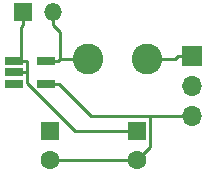
<source format=gtl>
G04 #@! TF.GenerationSoftware,KiCad,Pcbnew,5.0.2+dfsg1-1~bpo9+1*
G04 #@! TF.CreationDate,2020-08-26T14:23:20+01:00*
G04 #@! TF.ProjectId,ncp1402,6e637031-3430-4322-9e6b-696361645f70,rev?*
G04 #@! TF.SameCoordinates,Original*
G04 #@! TF.FileFunction,Copper,L1,Top*
G04 #@! TF.FilePolarity,Positive*
%FSLAX46Y46*%
G04 Gerber Fmt 4.6, Leading zero omitted, Abs format (unit mm)*
G04 Created by KiCad (PCBNEW 5.0.2+dfsg1-1~bpo9+1) date Wed 26 Aug 2020 14:23:20 IST*
%MOMM*%
%LPD*%
G01*
G04 APERTURE LIST*
G04 #@! TA.AperFunction,ComponentPad*
%ADD10R,1.500000X1.500000*%
G04 #@! TD*
G04 #@! TA.AperFunction,ComponentPad*
%ADD11O,1.500000X1.500000*%
G04 #@! TD*
G04 #@! TA.AperFunction,ComponentPad*
%ADD12C,1.600000*%
G04 #@! TD*
G04 #@! TA.AperFunction,ComponentPad*
%ADD13R,1.600000X1.600000*%
G04 #@! TD*
G04 #@! TA.AperFunction,ComponentPad*
%ADD14R,1.700000X1.700000*%
G04 #@! TD*
G04 #@! TA.AperFunction,ComponentPad*
%ADD15O,1.700000X1.700000*%
G04 #@! TD*
G04 #@! TA.AperFunction,ComponentPad*
%ADD16C,2.600000*%
G04 #@! TD*
G04 #@! TA.AperFunction,SMDPad,CuDef*
%ADD17R,1.560000X0.650000*%
G04 #@! TD*
G04 #@! TA.AperFunction,Conductor*
%ADD18C,0.250000*%
G04 #@! TD*
G04 APERTURE END LIST*
D10*
G04 #@! TO.P,D1,1*
G04 #@! TO.N,/Vout*
X132461000Y-70104000D03*
D11*
G04 #@! TO.P,D1,2*
G04 #@! TO.N,Net-(D1-Pad2)*
X135001000Y-70104000D03*
G04 #@! TD*
D12*
G04 #@! TO.P,C2,2*
G04 #@! TO.N,GND*
X142113000Y-82637000D03*
D13*
G04 #@! TO.P,C2,1*
G04 #@! TO.N,/Vout*
X142113000Y-80137000D03*
G04 #@! TD*
G04 #@! TO.P,C1,1*
G04 #@! TO.N,/Vin*
X134747000Y-80137000D03*
D12*
G04 #@! TO.P,C1,2*
G04 #@! TO.N,GND*
X134747000Y-82637000D03*
G04 #@! TD*
D14*
G04 #@! TO.P,J1,1*
G04 #@! TO.N,/Vin*
X146812000Y-73787000D03*
D15*
G04 #@! TO.P,J1,2*
G04 #@! TO.N,/Vout*
X146812000Y-76327000D03*
G04 #@! TO.P,J1,3*
G04 #@! TO.N,GND*
X146812000Y-78867000D03*
G04 #@! TD*
D16*
G04 #@! TO.P,L1,1*
G04 #@! TO.N,/Vin*
X143002000Y-74041000D03*
G04 #@! TO.P,L1,2*
G04 #@! TO.N,Net-(D1-Pad2)*
X138002000Y-74041000D03*
G04 #@! TD*
D17*
G04 #@! TO.P,U1,1*
G04 #@! TO.N,/Vout*
X131746000Y-74234000D03*
G04 #@! TO.P,U1,2*
X131746000Y-75184000D03*
G04 #@! TO.P,U1,3*
G04 #@! TO.N,Net-(U1-Pad3)*
X131746000Y-76134000D03*
G04 #@! TO.P,U1,4*
G04 #@! TO.N,GND*
X134446000Y-76134000D03*
G04 #@! TO.P,U1,5*
G04 #@! TO.N,Net-(D1-Pad2)*
X134446000Y-74234000D03*
G04 #@! TD*
D18*
G04 #@! TO.N,/Vout*
X142113000Y-80137000D02*
X136869400Y-80137000D01*
X136869400Y-80137000D02*
X132851300Y-76118900D01*
X132851300Y-76118900D02*
X132851300Y-75184000D01*
X132461000Y-70104000D02*
X132461000Y-71179300D01*
X132298700Y-74234000D02*
X132298700Y-71341600D01*
X132298700Y-71341600D02*
X132461000Y-71179300D01*
X132298700Y-74234000D02*
X132851300Y-74234000D01*
X131746000Y-74234000D02*
X132298700Y-74234000D01*
X131746000Y-75184000D02*
X132851300Y-75184000D01*
X132851300Y-75184000D02*
X132851300Y-74234000D01*
G04 #@! TO.N,GND*
X143250300Y-78867000D02*
X146812000Y-78867000D01*
X135551300Y-76134000D02*
X138284300Y-78867000D01*
X138284300Y-78867000D02*
X143250300Y-78867000D01*
X143250300Y-78867000D02*
X143250300Y-81499700D01*
X143250300Y-81499700D02*
X142113000Y-82637000D01*
X134446000Y-76134000D02*
X135551300Y-76134000D01*
X134747000Y-82637000D02*
X142113000Y-82637000D01*
G04 #@! TO.N,Net-(D1-Pad2)*
X134446000Y-74234000D02*
X135551300Y-74234000D01*
X135001000Y-70104000D02*
X135001000Y-71179300D01*
X135605600Y-74041000D02*
X135605600Y-71783900D01*
X135605600Y-71783900D02*
X135001000Y-71179300D01*
X135551300Y-74234000D02*
X135551300Y-74095300D01*
X135551300Y-74095300D02*
X135605600Y-74041000D01*
X135605600Y-74041000D02*
X138002000Y-74041000D01*
G04 #@! TO.N,/Vin*
X146812000Y-73787000D02*
X145636700Y-73787000D01*
X143002000Y-74041000D02*
X145382700Y-74041000D01*
X145382700Y-74041000D02*
X145636700Y-73787000D01*
G04 #@! TD*
M02*

</source>
